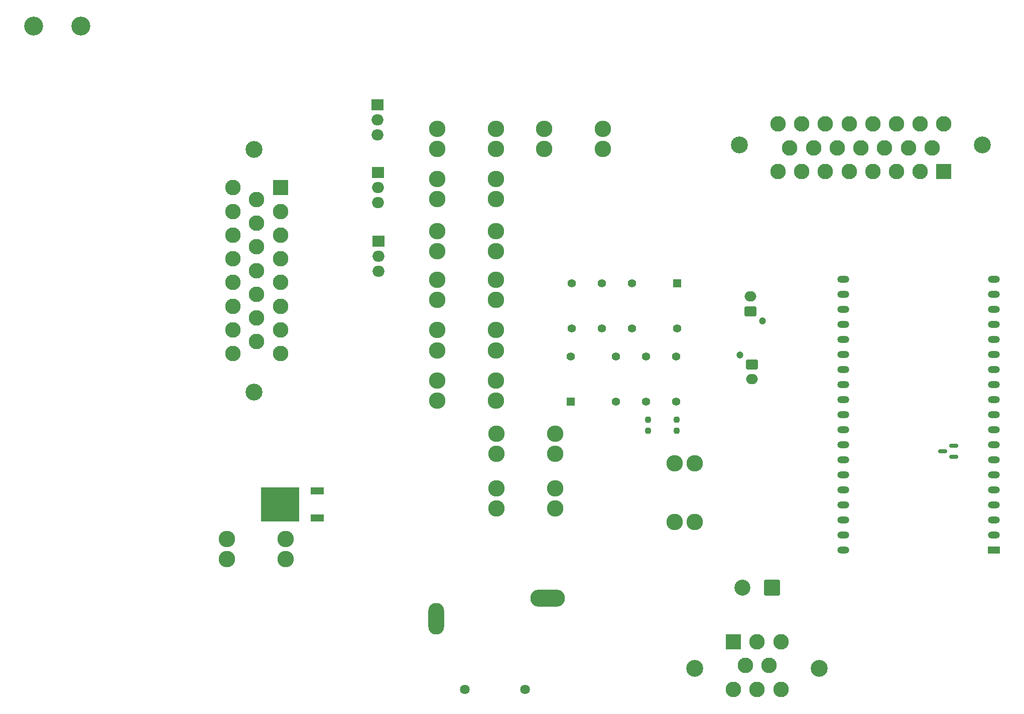
<source format=gbr>
%TF.GenerationSoftware,KiCad,Pcbnew,(6.0.1)*%
%TF.CreationDate,2022-11-29T12:14:00-05:00*%
%TF.ProjectId,rear-control-board,72656172-2d63-46f6-9e74-726f6c2d626f,rev?*%
%TF.SameCoordinates,Original*%
%TF.FileFunction,Soldermask,Bot*%
%TF.FilePolarity,Negative*%
%FSLAX46Y46*%
G04 Gerber Fmt 4.6, Leading zero omitted, Abs format (unit mm)*
G04 Created by KiCad (PCBNEW (6.0.1)) date 2022-11-29 12:14:00*
%MOMM*%
%LPD*%
G01*
G04 APERTURE LIST*
G04 Aperture macros list*
%AMRoundRect*
0 Rectangle with rounded corners*
0 $1 Rounding radius*
0 $2 $3 $4 $5 $6 $7 $8 $9 X,Y pos of 4 corners*
0 Add a 4 corners polygon primitive as box body*
4,1,4,$2,$3,$4,$5,$6,$7,$8,$9,$2,$3,0*
0 Add four circle primitives for the rounded corners*
1,1,$1+$1,$2,$3*
1,1,$1+$1,$4,$5*
1,1,$1+$1,$6,$7*
1,1,$1+$1,$8,$9*
0 Add four rect primitives between the rounded corners*
20,1,$1+$1,$2,$3,$4,$5,0*
20,1,$1+$1,$4,$5,$6,$7,0*
20,1,$1+$1,$6,$7,$8,$9,0*
20,1,$1+$1,$8,$9,$2,$3,0*%
G04 Aperture macros list end*
%ADD10C,3.200000*%
%ADD11C,2.780000*%
%ADD12R,1.400000X1.400000*%
%ADD13C,1.400000*%
%ADD14C,1.200000*%
%ADD15RoundRect,0.250000X0.750000X-0.600000X0.750000X0.600000X-0.750000X0.600000X-0.750000X-0.600000X0*%
%ADD16O,2.000000X1.700000*%
%ADD17O,2.000000X1.905000*%
%ADD18R,2.000000X1.905000*%
%ADD19R,2.000000X1.200000*%
%ADD20O,2.000000X1.200000*%
%ADD21C,1.635000*%
%ADD22O,2.670000X5.340000*%
%ADD23O,5.850000X2.925000*%
%ADD24C,2.850000*%
%ADD25R,2.625000X2.625000*%
%ADD26C,2.625000*%
%ADD27RoundRect,0.250000X-0.750000X0.600000X-0.750000X-0.600000X0.750000X-0.600000X0.750000X0.600000X0*%
%ADD28RoundRect,0.250001X1.099999X1.099999X-1.099999X1.099999X-1.099999X-1.099999X1.099999X-1.099999X0*%
%ADD29C,2.700000*%
%ADD30R,2.200000X1.200000*%
%ADD31R,6.400000X5.800000*%
%ADD32RoundRect,0.237500X0.237500X-0.250000X0.237500X0.250000X-0.237500X0.250000X-0.237500X-0.250000X0*%
%ADD33RoundRect,0.237500X-0.237500X0.250000X-0.237500X-0.250000X0.237500X-0.250000X0.237500X0.250000X0*%
%ADD34RoundRect,0.150000X0.587500X0.150000X-0.587500X0.150000X-0.587500X-0.150000X0.587500X-0.150000X0*%
G04 APERTURE END LIST*
D10*
%TO.C,H2*%
X35950000Y-50000000D03*
%TD*%
D11*
%TO.C,F1*%
X114040000Y-67300000D03*
X114040000Y-70700000D03*
X123960000Y-67300000D03*
X123960000Y-70700000D03*
%TD*%
%TO.C,F9*%
X106040000Y-118800000D03*
X106040000Y-122200000D03*
X115960000Y-118800000D03*
X115960000Y-122200000D03*
%TD*%
D12*
%TO.C,K2*%
X136500000Y-93351115D03*
D13*
X128880000Y-93351115D03*
X123800000Y-93351115D03*
X118720000Y-93351115D03*
X118720000Y-100971115D03*
X123800000Y-100971115D03*
X128880000Y-100971115D03*
X136500000Y-100971115D03*
%TD*%
D14*
%TO.C,J4*%
X150892500Y-99713615D03*
D15*
X148892500Y-98113615D03*
D16*
X148892500Y-95613615D03*
%TD*%
D17*
%TO.C,D11*%
X86055000Y-79790000D03*
D18*
X86055000Y-74710000D03*
D17*
X86055000Y-77250000D03*
%TD*%
D10*
%TO.C,H1*%
X28000000Y-50000000D03*
%TD*%
D19*
%TO.C,U1*%
X189950000Y-138403440D03*
D20*
X189950000Y-135863440D03*
X189950000Y-133323440D03*
X189950000Y-130783440D03*
X189950000Y-128243440D03*
X189950000Y-125703440D03*
X189950000Y-123163440D03*
X189950000Y-120623440D03*
X189950000Y-118083440D03*
X189950000Y-115543440D03*
X189950000Y-113003440D03*
X189950000Y-110463440D03*
X189950000Y-107923440D03*
X189950000Y-105383440D03*
X189950000Y-102843440D03*
X189950000Y-100303440D03*
X189950000Y-97763440D03*
X189950000Y-95223440D03*
X189950000Y-92683440D03*
X164553680Y-92686160D03*
X164553680Y-95226160D03*
X164550000Y-97763440D03*
X164550000Y-100303440D03*
X164550000Y-102843440D03*
X164550000Y-105383440D03*
X164550000Y-107923440D03*
X164550000Y-110463440D03*
X164550000Y-113003440D03*
X164550000Y-115543440D03*
X164550000Y-118083440D03*
X164550000Y-120623440D03*
X164550000Y-123163440D03*
X164550000Y-125703440D03*
X164550000Y-128243440D03*
X164550000Y-130783440D03*
X164550000Y-133323440D03*
X164550000Y-135863440D03*
X164550000Y-138403440D03*
%TD*%
D21*
%TO.C,K1*%
X110815000Y-162010000D03*
X100655000Y-162010000D03*
D22*
X95875000Y-150000000D03*
D23*
X114625000Y-146570000D03*
%TD*%
D11*
%TO.C,F4*%
X105960000Y-96200000D03*
X105960000Y-92800000D03*
X96040000Y-92800000D03*
X96040000Y-96200000D03*
%TD*%
D24*
%TO.C,J3*%
X160500000Y-158437500D03*
X139500000Y-158437500D03*
D25*
X146000000Y-153937500D03*
D26*
X150000000Y-153937500D03*
X154000000Y-153937500D03*
X148000000Y-157937500D03*
X152000000Y-157937500D03*
X146000000Y-161937500D03*
X150000000Y-161937500D03*
X154000000Y-161937500D03*
%TD*%
D11*
%TO.C,F8*%
X105960000Y-84550000D03*
X105960000Y-87950000D03*
X96040000Y-84550000D03*
X96040000Y-87950000D03*
%TD*%
D18*
%TO.C,D10*%
X86095000Y-86265000D03*
D17*
X86095000Y-91345000D03*
X86095000Y-88805000D03*
%TD*%
D11*
%TO.C,F7*%
X105960000Y-104700000D03*
X105960000Y-101300000D03*
X96040000Y-104700000D03*
X96040000Y-101300000D03*
%TD*%
%TO.C,F10*%
X136050000Y-123790000D03*
X139450000Y-123790000D03*
X139450000Y-133710000D03*
X136050000Y-133710000D03*
%TD*%
%TO.C,F6*%
X105960000Y-67300000D03*
X105960000Y-70700000D03*
X96040000Y-70700000D03*
X96040000Y-67300000D03*
%TD*%
D14*
%TO.C,J5*%
X147117500Y-105501115D03*
D27*
X149117500Y-107101115D03*
D16*
X149117500Y-109601115D03*
%TD*%
D11*
%TO.C,F11*%
X70460000Y-136550000D03*
X70460000Y-139950000D03*
X60540000Y-139950000D03*
X60540000Y-136550000D03*
%TD*%
%TO.C,F2*%
X105960000Y-75800000D03*
X105960000Y-79200000D03*
X96040000Y-79200000D03*
X96040000Y-75800000D03*
%TD*%
D12*
%TO.C,K3*%
X118560000Y-113376115D03*
D13*
X126180000Y-113376115D03*
X131260000Y-113376115D03*
X136340000Y-113376115D03*
X136340000Y-105756115D03*
X131260000Y-105756115D03*
X126180000Y-105756115D03*
X118560000Y-105756115D03*
%TD*%
D24*
%TO.C,J1*%
X65087500Y-111750000D03*
X65087500Y-70750000D03*
D25*
X69587500Y-77250000D03*
D26*
X69587500Y-81250000D03*
X69587500Y-85250000D03*
X69587500Y-89250000D03*
X69587500Y-93250000D03*
X69587500Y-97250000D03*
X69587500Y-101250000D03*
X69587500Y-105250000D03*
X65587500Y-79250000D03*
X65587500Y-83250000D03*
X65587500Y-87250000D03*
X65587500Y-91250000D03*
X65587500Y-95250000D03*
X65587500Y-99250000D03*
X65587500Y-103250000D03*
X61587500Y-77250000D03*
X61587500Y-81250000D03*
X61587500Y-85250000D03*
X61587500Y-89250000D03*
X61587500Y-93250000D03*
X61587500Y-97250000D03*
X61587500Y-101250000D03*
X61587500Y-105250000D03*
%TD*%
D11*
%TO.C,F5*%
X105960000Y-109800000D03*
X105960000Y-113200000D03*
X96040000Y-113200000D03*
X96040000Y-109800000D03*
%TD*%
%TO.C,F3*%
X106040000Y-128050000D03*
X106040000Y-131450000D03*
X115960000Y-128050000D03*
X115960000Y-131450000D03*
%TD*%
D24*
%TO.C,J2*%
X188000000Y-70000000D03*
X147000000Y-70000000D03*
D25*
X181500000Y-74500000D03*
D26*
X177500000Y-74500000D03*
X173500000Y-74500000D03*
X169500000Y-74500000D03*
X165500000Y-74500000D03*
X161500000Y-74500000D03*
X157500000Y-74500000D03*
X153500000Y-74500000D03*
X179500000Y-70500000D03*
X175500000Y-70500000D03*
X171500000Y-70500000D03*
X167500000Y-70500000D03*
X163500000Y-70500000D03*
X159500000Y-70500000D03*
X155500000Y-70500000D03*
X181500000Y-66500000D03*
X177500000Y-66500000D03*
X173500000Y-66500000D03*
X169500000Y-66500000D03*
X165500000Y-66500000D03*
X161500000Y-66500000D03*
X157500000Y-66500000D03*
X153500000Y-66500000D03*
%TD*%
D28*
%TO.C,J6*%
X152527500Y-144800000D03*
D29*
X147527500Y-144800000D03*
%TD*%
D18*
%TO.C,D12*%
X85940000Y-63285000D03*
D17*
X85940000Y-68365000D03*
X85940000Y-65825000D03*
%TD*%
D30*
%TO.C,D3*%
X75800000Y-128470000D03*
D31*
X69500000Y-130750000D03*
D30*
X75800000Y-133030000D03*
%TD*%
D32*
%TO.C,R8*%
X131625000Y-118250000D03*
X131625000Y-116425000D03*
%TD*%
D33*
%TO.C,R5*%
X136375000Y-116425000D03*
X136375000Y-118250000D03*
%TD*%
D34*
%TO.C,D7*%
X183187500Y-120800000D03*
X183187500Y-122700000D03*
X181312500Y-121750000D03*
%TD*%
M02*

</source>
